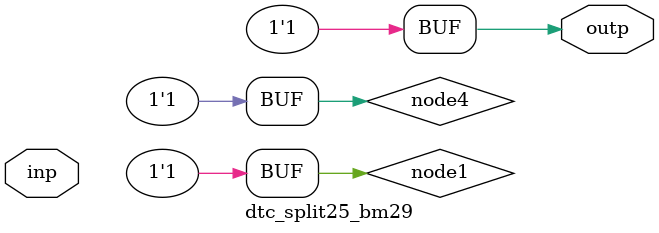
<source format=v>
module dtc_split25_bm29 (
	input  wire [9-1:0] inp,
	output wire [1-1:0] outp
);

	wire [1-1:0] node1;
	wire [1-1:0] node4;

	assign outp = (inp[6]) ? node4 : node1;
		assign node1 = (inp[8]) ? 1'b1 : 1'b1;
		assign node4 = (inp[4]) ? 1'b1 : 1'b1;

endmodule
</source>
